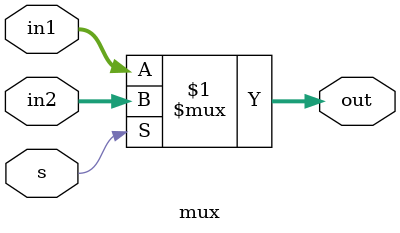
<source format=v>
module mux # (parameter bits = 9)(
    in1,
    in2,
    s,
    out
);
    input [bits-1:0] in1;
    input [bits-1:0] in2;
    input s;
    output[bits-1:0] out;
    assign out = s? in2: in1;
endmodule
</source>
